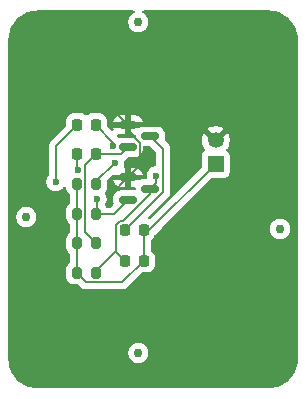
<source format=gbr>
%TF.GenerationSoftware,KiCad,Pcbnew,9.0.6*%
%TF.CreationDate,2025-11-11T14:20:58+00:00*%
%TF.ProjectId,BJT_Astable_Multivibrator_PCB,424a545f-4173-4746-9162-6c655f4d756c,rev?*%
%TF.SameCoordinates,Original*%
%TF.FileFunction,Copper,L1,Top*%
%TF.FilePolarity,Positive*%
%FSLAX46Y46*%
G04 Gerber Fmt 4.6, Leading zero omitted, Abs format (unit mm)*
G04 Created by KiCad (PCBNEW 9.0.6) date 2025-11-11 14:20:58*
%MOMM*%
%LPD*%
G01*
G04 APERTURE LIST*
G04 Aperture macros list*
%AMRoundRect*
0 Rectangle with rounded corners*
0 $1 Rounding radius*
0 $2 $3 $4 $5 $6 $7 $8 $9 X,Y pos of 4 corners*
0 Add a 4 corners polygon primitive as box body*
4,1,4,$2,$3,$4,$5,$6,$7,$8,$9,$2,$3,0*
0 Add four circle primitives for the rounded corners*
1,1,$1+$1,$2,$3*
1,1,$1+$1,$4,$5*
1,1,$1+$1,$6,$7*
1,1,$1+$1,$8,$9*
0 Add four rect primitives between the rounded corners*
20,1,$1+$1,$2,$3,$4,$5,0*
20,1,$1+$1,$4,$5,$6,$7,0*
20,1,$1+$1,$6,$7,$8,$9,0*
20,1,$1+$1,$8,$9,$2,$3,0*%
G04 Aperture macros list end*
%TA.AperFunction,SMDPad,CuDef*%
%ADD10RoundRect,0.225000X-0.225000X-0.250000X0.225000X-0.250000X0.225000X0.250000X-0.225000X0.250000X0*%
%TD*%
%TA.AperFunction,ComponentPad*%
%ADD11R,1.350000X1.350000*%
%TD*%
%TA.AperFunction,ComponentPad*%
%ADD12C,1.350000*%
%TD*%
%TA.AperFunction,SMDPad,CuDef*%
%ADD13C,0.750000*%
%TD*%
%TA.AperFunction,SMDPad,CuDef*%
%ADD14RoundRect,0.218750X-0.218750X-0.256250X0.218750X-0.256250X0.218750X0.256250X-0.218750X0.256250X0*%
%TD*%
%TA.AperFunction,SMDPad,CuDef*%
%ADD15RoundRect,0.150000X-0.587500X-0.150000X0.587500X-0.150000X0.587500X0.150000X-0.587500X0.150000X0*%
%TD*%
%TA.AperFunction,SMDPad,CuDef*%
%ADD16RoundRect,0.200000X-0.200000X-0.275000X0.200000X-0.275000X0.200000X0.275000X-0.200000X0.275000X0*%
%TD*%
%TA.AperFunction,ComponentPad*%
%ADD17C,5.000000*%
%TD*%
%TA.AperFunction,ViaPad*%
%ADD18C,0.600000*%
%TD*%
%TA.AperFunction,Conductor*%
%ADD19C,0.200000*%
%TD*%
G04 APERTURE END LIST*
D10*
%TO.P,C2,1*%
%TO.N,Net-(D2-K)*%
X149827500Y-72190000D03*
%TO.P,C2,2*%
%TO.N,Base1*%
X151377500Y-72190000D03*
%TD*%
%TO.P,C1,1*%
%TO.N,Base2*%
X149827500Y-69680000D03*
%TO.P,C1,2*%
%TO.N,Net-(C1-Pad2)*%
X151377500Y-69680000D03*
%TD*%
D11*
%TO.P,J1,1,Pin_1*%
%TO.N,VCC*%
X161542500Y-73000000D03*
D12*
%TO.P,J1,2,Pin_2*%
%TO.N,GND*%
X161542500Y-71000000D03*
%TD*%
D13*
%TO.P,FID3,*%
%TO.N,*%
X155000000Y-89000000D03*
%TD*%
D14*
%TO.P,D2,1,K*%
%TO.N,Net-(D2-K)*%
X153865000Y-81210000D03*
%TO.P,D2,2,A*%
%TO.N,VCC*%
X155440000Y-81210000D03*
%TD*%
%TO.P,D1,1,K*%
%TO.N,Net-(D1-K)*%
X153865000Y-78620000D03*
%TO.P,D1,2,A*%
%TO.N,VCC*%
X155440000Y-78620000D03*
%TD*%
D15*
%TO.P,Q2,1,E*%
%TO.N,GND*%
X154125000Y-74150000D03*
%TO.P,Q2,2,B*%
%TO.N,Base2*%
X154125000Y-76050000D03*
%TO.P,Q2,3,C*%
%TO.N,Net-(D2-K)*%
X156000000Y-75100000D03*
%TD*%
%TO.P,Q1,1,E*%
%TO.N,GND*%
X154125000Y-69700000D03*
%TO.P,Q1,2,B*%
%TO.N,Base1*%
X154125000Y-71600000D03*
%TO.P,Q1,3,C*%
%TO.N,Net-(D1-K)*%
X156000000Y-70650000D03*
%TD*%
D16*
%TO.P,R4,1*%
%TO.N,VCC*%
X149777500Y-82230000D03*
%TO.P,R4,2*%
%TO.N,Net-(D2-K)*%
X151427500Y-82230000D03*
%TD*%
%TO.P,R3,1*%
%TO.N,VCC*%
X149777500Y-79720000D03*
%TO.P,R3,2*%
%TO.N,Base1*%
X151427500Y-79720000D03*
%TD*%
%TO.P,R2,1*%
%TO.N,VCC*%
X149777500Y-77210000D03*
%TO.P,R2,2*%
%TO.N,Base2*%
X151427500Y-77210000D03*
%TD*%
%TO.P,R1,1*%
%TO.N,VCC*%
X149777500Y-74700000D03*
%TO.P,R1,2*%
%TO.N,Net-(C1-Pad2)*%
X151427500Y-74700000D03*
%TD*%
D13*
%TO.P,FID1,*%
%TO.N,*%
X145500000Y-77500000D03*
%TD*%
%TO.P,FID4,*%
%TO.N,*%
X155000000Y-61000000D03*
%TD*%
D17*
%TO.P,H1,1,1*%
%TO.N,GND*%
X146500000Y-62500000D03*
%TD*%
%TO.P,H3,1,1*%
%TO.N,GND*%
X166000000Y-89500000D03*
%TD*%
%TO.P,H2,1,1*%
%TO.N,GND*%
X166000000Y-62500000D03*
%TD*%
%TO.P,H4,1,1*%
%TO.N,GND*%
X146500000Y-89500000D03*
%TD*%
D13*
%TO.P,FID2,*%
%TO.N,*%
X167000000Y-78500000D03*
%TD*%
D18*
%TO.N,Net-(C1-Pad2)*%
X153000000Y-72900000D03*
X152887500Y-71517662D03*
%TO.N,GND*%
X152500000Y-76500000D03*
%TO.N,Net-(D2-K)*%
X156500000Y-74000000D03*
X149878500Y-73500000D03*
%TO.N,Base2*%
X151500000Y-76000000D03*
X148000000Y-74500000D03*
%TD*%
D19*
%TO.N,Net-(C1-Pad2)*%
X151427500Y-74472500D02*
X151427500Y-74700000D01*
X153000000Y-72900000D02*
X151427500Y-74472500D01*
X152887500Y-71190000D02*
X152887500Y-71517662D01*
X151377500Y-69680000D02*
X152887500Y-71190000D01*
%TO.N,VCC*%
X153644000Y-83006000D02*
X155440000Y-81210000D01*
X149777500Y-82230000D02*
X150553500Y-83006000D01*
X150553500Y-83006000D02*
X153644000Y-83006000D01*
%TO.N,Net-(D2-K)*%
X151427500Y-82072500D02*
X151427500Y-82230000D01*
X153126500Y-80373500D02*
X153126500Y-80471500D01*
X153126500Y-80373500D02*
X151427500Y-82072500D01*
X153126500Y-78142400D02*
X153126500Y-80373500D01*
X153126500Y-80471500D02*
X153865000Y-81210000D01*
X153424900Y-77844000D02*
X153126500Y-78142400D01*
X156000000Y-75554468D02*
X153710468Y-77844000D01*
X156000000Y-75100000D02*
X156000000Y-75554468D01*
X153710468Y-77844000D02*
X153424900Y-77844000D01*
%TO.N,GND*%
X152500000Y-75775000D02*
X152500000Y-76500000D01*
X154125000Y-74150000D02*
X152500000Y-75775000D01*
%TO.N,Net-(D1-K)*%
X157101000Y-75384000D02*
X153865000Y-78620000D01*
X157101000Y-71751000D02*
X157101000Y-75384000D01*
X156000000Y-70650000D02*
X157101000Y-71751000D01*
%TO.N,GND*%
X155163500Y-71192968D02*
X155163500Y-73111500D01*
X154125000Y-70154468D02*
X155163500Y-71192968D01*
X155163500Y-73111500D02*
X154125000Y-74150000D01*
X154125000Y-69700000D02*
X154125000Y-70154468D01*
X146925000Y-62500000D02*
X146500000Y-62500000D01*
X154125000Y-69700000D02*
X146925000Y-62500000D01*
%TO.N,Net-(D2-K)*%
X156500000Y-74600000D02*
X156000000Y-75100000D01*
X156500000Y-74000000D02*
X156500000Y-74600000D01*
X149827500Y-73449000D02*
X149878500Y-73500000D01*
X149827500Y-72190000D02*
X149827500Y-73449000D01*
%TO.N,Base2*%
X151500000Y-77137500D02*
X151427500Y-77210000D01*
X151500000Y-76000000D02*
X151500000Y-77137500D01*
X149827500Y-69680000D02*
X148000000Y-71507500D01*
X148000000Y-71507500D02*
X148000000Y-74500000D01*
%TO.N,Base1*%
X153535000Y-72190000D02*
X154125000Y-71600000D01*
X151377500Y-72190000D02*
X153535000Y-72190000D01*
X150478500Y-73089000D02*
X151377500Y-72190000D01*
X150478500Y-78771000D02*
X150478500Y-73089000D01*
X151427500Y-79720000D02*
X150478500Y-78771000D01*
%TO.N,Base2*%
X152965000Y-77210000D02*
X154125000Y-76050000D01*
X151427500Y-77210000D02*
X152965000Y-77210000D01*
%TO.N,VCC*%
X149777500Y-77210000D02*
X149777500Y-74700000D01*
X149777500Y-79720000D02*
X149777500Y-77210000D01*
X149777500Y-79720000D02*
X149777500Y-82230000D01*
X155440000Y-78620000D02*
X155440000Y-81210000D01*
%TO.N,GND*%
X166000000Y-63942500D02*
X160242500Y-69700000D01*
X166000000Y-62500000D02*
X166000000Y-63942500D01*
X160242500Y-69700000D02*
X154125000Y-69700000D01*
X161542500Y-71000000D02*
X160242500Y-69700000D01*
%TO.N,VCC*%
X155922500Y-78620000D02*
X155440000Y-78620000D01*
X161542500Y-73000000D02*
X155922500Y-78620000D01*
%TD*%
%TA.AperFunction,Conductor*%
%TO.N,GND*%
G36*
X155966942Y-71470185D02*
G01*
X155987584Y-71486819D01*
X156464181Y-71963416D01*
X156497666Y-72024739D01*
X156500500Y-72051097D01*
X156500500Y-73081953D01*
X156480815Y-73148992D01*
X156428011Y-73194747D01*
X156400692Y-73203570D01*
X156266508Y-73230261D01*
X156266498Y-73230264D01*
X156120827Y-73290602D01*
X156120814Y-73290609D01*
X155989711Y-73378210D01*
X155989707Y-73378213D01*
X155878213Y-73489707D01*
X155878210Y-73489711D01*
X155790609Y-73620814D01*
X155790602Y-73620827D01*
X155730264Y-73766498D01*
X155730261Y-73766510D01*
X155699500Y-73921153D01*
X155699500Y-74078846D01*
X155713914Y-74151309D01*
X155707687Y-74220900D01*
X155664824Y-74276078D01*
X155598934Y-74299322D01*
X155592297Y-74299500D01*
X155346798Y-74299500D01*
X155309932Y-74302401D01*
X155309926Y-74302402D01*
X155152106Y-74348254D01*
X155152103Y-74348255D01*
X155093806Y-74382732D01*
X155030685Y-74400000D01*
X154375000Y-74400000D01*
X154375000Y-74950000D01*
X154638000Y-74950000D01*
X154646685Y-74952550D01*
X154655647Y-74951262D01*
X154679687Y-74962240D01*
X154705039Y-74969685D01*
X154710966Y-74976525D01*
X154719203Y-74980287D01*
X154733492Y-75002521D01*
X154750794Y-75022489D01*
X154753081Y-75033003D01*
X154756977Y-75039065D01*
X154762000Y-75074000D01*
X154762000Y-75125500D01*
X154742315Y-75192539D01*
X154689511Y-75238294D01*
X154638000Y-75249500D01*
X153471798Y-75249500D01*
X153434932Y-75252401D01*
X153434926Y-75252402D01*
X153277106Y-75298254D01*
X153277103Y-75298255D01*
X153135637Y-75381917D01*
X153135629Y-75381923D01*
X153019423Y-75498129D01*
X153019417Y-75498137D01*
X152935755Y-75639603D01*
X152935754Y-75639606D01*
X152889902Y-75797426D01*
X152889901Y-75797432D01*
X152887000Y-75834298D01*
X152887000Y-76265701D01*
X152889901Y-76302563D01*
X152889903Y-76302572D01*
X152899450Y-76335435D01*
X152899411Y-76348727D01*
X152904057Y-76361181D01*
X152899313Y-76382989D01*
X152899249Y-76405305D01*
X152891700Y-76417985D01*
X152889206Y-76429454D01*
X152868055Y-76457708D01*
X152752585Y-76573180D01*
X152691262Y-76606666D01*
X152664903Y-76609500D01*
X152319215Y-76609500D01*
X152252176Y-76589815D01*
X152213100Y-76549653D01*
X152198026Y-76524717D01*
X152180190Y-76457167D01*
X152201043Y-76391676D01*
X152209394Y-76379179D01*
X152269737Y-76233497D01*
X152300500Y-76078842D01*
X152300500Y-75921158D01*
X152300500Y-75921155D01*
X152300499Y-75921153D01*
X152269738Y-75766510D01*
X152269737Y-75766503D01*
X152217174Y-75639603D01*
X152209397Y-75620827D01*
X152209393Y-75620820D01*
X152206027Y-75615782D01*
X152170978Y-75563328D01*
X152150101Y-75496652D01*
X152168585Y-75429272D01*
X152178757Y-75416418D01*
X152178343Y-75416094D01*
X152182969Y-75410188D01*
X152182969Y-75410187D01*
X152182972Y-75410185D01*
X152270978Y-75264606D01*
X152321586Y-75102196D01*
X152328000Y-75031616D01*
X152328000Y-74472596D01*
X152336644Y-74443155D01*
X152343168Y-74413169D01*
X152346922Y-74408153D01*
X152347685Y-74405557D01*
X152352162Y-74400001D01*
X152890204Y-74400001D01*
X152890399Y-74402486D01*
X152936218Y-74560198D01*
X153019814Y-74701552D01*
X153019821Y-74701561D01*
X153135938Y-74817678D01*
X153135947Y-74817685D01*
X153277303Y-74901282D01*
X153277306Y-74901283D01*
X153435004Y-74947099D01*
X153435010Y-74947100D01*
X153471850Y-74949999D01*
X153471866Y-74950000D01*
X153875000Y-74950000D01*
X153875000Y-74400000D01*
X152890205Y-74400000D01*
X152890204Y-74400001D01*
X152352162Y-74400001D01*
X152364314Y-74384920D01*
X152812917Y-73936317D01*
X152874238Y-73902834D01*
X152900596Y-73900000D01*
X153875000Y-73900000D01*
X154375000Y-73900000D01*
X155359795Y-73900000D01*
X155359795Y-73899998D01*
X155359600Y-73897513D01*
X155313781Y-73739801D01*
X155230185Y-73598447D01*
X155230178Y-73598438D01*
X155114061Y-73482321D01*
X155114052Y-73482314D01*
X154972696Y-73398717D01*
X154972693Y-73398716D01*
X154814995Y-73352900D01*
X154814989Y-73352899D01*
X154778149Y-73350000D01*
X154375000Y-73350000D01*
X154375000Y-73900000D01*
X153875000Y-73900000D01*
X153875000Y-73372299D01*
X153806326Y-73334895D01*
X153803044Y-73331620D01*
X153798599Y-73330315D01*
X153778550Y-73307178D01*
X153756869Y-73285542D01*
X153755878Y-73281013D01*
X153752844Y-73277511D01*
X153748485Y-73247199D01*
X153741945Y-73217285D01*
X153743559Y-73212941D01*
X153742900Y-73208353D01*
X153751077Y-73178548D01*
X153769735Y-73133501D01*
X153769737Y-73133497D01*
X153800500Y-72978842D01*
X153800500Y-72821158D01*
X153800500Y-72821155D01*
X153799903Y-72815093D01*
X153802645Y-72814822D01*
X153807824Y-72757033D01*
X153850694Y-72701861D01*
X153861202Y-72695064D01*
X153903716Y-72670520D01*
X154015520Y-72558716D01*
X154015520Y-72558714D01*
X154025725Y-72548510D01*
X154025731Y-72548503D01*
X154137418Y-72436818D01*
X154198741Y-72403334D01*
X154225098Y-72400500D01*
X154778186Y-72400500D01*
X154778194Y-72400500D01*
X154815069Y-72397598D01*
X154815071Y-72397597D01*
X154815073Y-72397597D01*
X154856691Y-72385505D01*
X154972898Y-72351744D01*
X155114365Y-72268081D01*
X155230581Y-72151865D01*
X155314244Y-72010398D01*
X155360098Y-71852569D01*
X155363000Y-71815694D01*
X155363000Y-71574500D01*
X155382685Y-71507461D01*
X155435489Y-71461706D01*
X155487000Y-71450500D01*
X155899903Y-71450500D01*
X155966942Y-71470185D01*
G37*
%TD.AperFunction*%
%TA.AperFunction,Conductor*%
G36*
X154634192Y-60020185D02*
G01*
X154679947Y-60072989D01*
X154689891Y-60142147D01*
X154660866Y-60205703D01*
X154614605Y-60239061D01*
X154597141Y-60246294D01*
X154597139Y-60246295D01*
X154457837Y-60339373D01*
X154339373Y-60457837D01*
X154246295Y-60597139D01*
X154182184Y-60751917D01*
X154182182Y-60751925D01*
X154149500Y-60916228D01*
X154149500Y-61083771D01*
X154182182Y-61248074D01*
X154182184Y-61248082D01*
X154246295Y-61402860D01*
X154339373Y-61542162D01*
X154457837Y-61660626D01*
X154550494Y-61722537D01*
X154597137Y-61753703D01*
X154751918Y-61817816D01*
X154916228Y-61850499D01*
X154916232Y-61850500D01*
X154916233Y-61850500D01*
X155083768Y-61850500D01*
X155083769Y-61850499D01*
X155248082Y-61817816D01*
X155402863Y-61753703D01*
X155542162Y-61660626D01*
X155660626Y-61542162D01*
X155753703Y-61402863D01*
X155817816Y-61248082D01*
X155850500Y-61083767D01*
X155850500Y-60916233D01*
X155817816Y-60751918D01*
X155753703Y-60597137D01*
X155722537Y-60550494D01*
X155660626Y-60457837D01*
X155542162Y-60339373D01*
X155402860Y-60246295D01*
X155402858Y-60246294D01*
X155385395Y-60239061D01*
X155330991Y-60195220D01*
X155308926Y-60128926D01*
X155326205Y-60061227D01*
X155377342Y-60013616D01*
X155432847Y-60000500D01*
X165934108Y-60000500D01*
X165996249Y-60000500D01*
X166003736Y-60000726D01*
X166293796Y-60018271D01*
X166308657Y-60020075D01*
X166533212Y-60061227D01*
X166590798Y-60071780D01*
X166605335Y-60075363D01*
X166879172Y-60160695D01*
X166893163Y-60166000D01*
X167154743Y-60283727D01*
X167167989Y-60290680D01*
X167413465Y-60439075D01*
X167425776Y-60447573D01*
X167438879Y-60457838D01*
X167651573Y-60624473D01*
X167662781Y-60634403D01*
X167865596Y-60837218D01*
X167875526Y-60848426D01*
X167928649Y-60916232D01*
X167995481Y-61001538D01*
X168052422Y-61074217D01*
X168060928Y-61086540D01*
X168209316Y-61332004D01*
X168216275Y-61345263D01*
X168333997Y-61606831D01*
X168339306Y-61620832D01*
X168424635Y-61894663D01*
X168428219Y-61909201D01*
X168479923Y-62191340D01*
X168481728Y-62206205D01*
X168499274Y-62496263D01*
X168499500Y-62503750D01*
X168499500Y-89496249D01*
X168499274Y-89503736D01*
X168481728Y-89793794D01*
X168479923Y-89808659D01*
X168428219Y-90090798D01*
X168424635Y-90105336D01*
X168339306Y-90379167D01*
X168333997Y-90393168D01*
X168216275Y-90654736D01*
X168209316Y-90667995D01*
X168060928Y-90913459D01*
X168052422Y-90925782D01*
X167875526Y-91151573D01*
X167865596Y-91162781D01*
X167662781Y-91365596D01*
X167651573Y-91375526D01*
X167425782Y-91552422D01*
X167413459Y-91560928D01*
X167167995Y-91709316D01*
X167154736Y-91716275D01*
X166893168Y-91833997D01*
X166879167Y-91839306D01*
X166605336Y-91924635D01*
X166590798Y-91928219D01*
X166308659Y-91979923D01*
X166293794Y-91981728D01*
X166003736Y-91999274D01*
X165996249Y-91999500D01*
X146503751Y-91999500D01*
X146496264Y-91999274D01*
X146206205Y-91981728D01*
X146191340Y-91979923D01*
X145909201Y-91928219D01*
X145894663Y-91924635D01*
X145620832Y-91839306D01*
X145606831Y-91833997D01*
X145345263Y-91716275D01*
X145332004Y-91709316D01*
X145086540Y-91560928D01*
X145074217Y-91552422D01*
X144848426Y-91375526D01*
X144837218Y-91365596D01*
X144634403Y-91162781D01*
X144624473Y-91151573D01*
X144447573Y-90925776D01*
X144439075Y-90913465D01*
X144290680Y-90667989D01*
X144283727Y-90654743D01*
X144166000Y-90393163D01*
X144160693Y-90379167D01*
X144075364Y-90105336D01*
X144071780Y-90090798D01*
X144027744Y-89850500D01*
X144020075Y-89808657D01*
X144018271Y-89793794D01*
X144000726Y-89503736D01*
X144000500Y-89496249D01*
X144000500Y-88916228D01*
X154149500Y-88916228D01*
X154149500Y-89083771D01*
X154182182Y-89248074D01*
X154182184Y-89248082D01*
X154246295Y-89402860D01*
X154339373Y-89542162D01*
X154457837Y-89660626D01*
X154550494Y-89722537D01*
X154597137Y-89753703D01*
X154751918Y-89817816D01*
X154916228Y-89850499D01*
X154916232Y-89850500D01*
X154916233Y-89850500D01*
X155083768Y-89850500D01*
X155083769Y-89850499D01*
X155248082Y-89817816D01*
X155402863Y-89753703D01*
X155542162Y-89660626D01*
X155660626Y-89542162D01*
X155753703Y-89402863D01*
X155817816Y-89248082D01*
X155850500Y-89083767D01*
X155850500Y-88916233D01*
X155817816Y-88751918D01*
X155753703Y-88597137D01*
X155722537Y-88550494D01*
X155660626Y-88457837D01*
X155542162Y-88339373D01*
X155402860Y-88246295D01*
X155248082Y-88182184D01*
X155248074Y-88182182D01*
X155083771Y-88149500D01*
X155083767Y-88149500D01*
X154916233Y-88149500D01*
X154916228Y-88149500D01*
X154751925Y-88182182D01*
X154751917Y-88182184D01*
X154597139Y-88246295D01*
X154457837Y-88339373D01*
X154339373Y-88457837D01*
X154246295Y-88597139D01*
X154182184Y-88751917D01*
X154182182Y-88751925D01*
X154149500Y-88916228D01*
X144000500Y-88916228D01*
X144000500Y-77416228D01*
X144649500Y-77416228D01*
X144649500Y-77583771D01*
X144682182Y-77748074D01*
X144682184Y-77748082D01*
X144746295Y-77902860D01*
X144839373Y-78042162D01*
X144957837Y-78160626D01*
X144985465Y-78179086D01*
X145097137Y-78253703D01*
X145251918Y-78317816D01*
X145416228Y-78350499D01*
X145416232Y-78350500D01*
X145416233Y-78350500D01*
X145583768Y-78350500D01*
X145583769Y-78350499D01*
X145748082Y-78317816D01*
X145902863Y-78253703D01*
X146042162Y-78160626D01*
X146160626Y-78042162D01*
X146253703Y-77902863D01*
X146317816Y-77748082D01*
X146350500Y-77583767D01*
X146350500Y-77416233D01*
X146317816Y-77251918D01*
X146253703Y-77097137D01*
X146222537Y-77050494D01*
X146160626Y-76957837D01*
X146042162Y-76839373D01*
X145902860Y-76746295D01*
X145748082Y-76682184D01*
X145748074Y-76682182D01*
X145583771Y-76649500D01*
X145583767Y-76649500D01*
X145416233Y-76649500D01*
X145416228Y-76649500D01*
X145251925Y-76682182D01*
X145251917Y-76682184D01*
X145097139Y-76746295D01*
X144957837Y-76839373D01*
X144839373Y-76957837D01*
X144746295Y-77097139D01*
X144682184Y-77251917D01*
X144682182Y-77251925D01*
X144649500Y-77416228D01*
X144000500Y-77416228D01*
X144000500Y-74421153D01*
X147199500Y-74421153D01*
X147199500Y-74578846D01*
X147230261Y-74733489D01*
X147230264Y-74733501D01*
X147290602Y-74879172D01*
X147290609Y-74879185D01*
X147378210Y-75010288D01*
X147378213Y-75010292D01*
X147489707Y-75121786D01*
X147489711Y-75121789D01*
X147620814Y-75209390D01*
X147620827Y-75209397D01*
X147766498Y-75269735D01*
X147766503Y-75269737D01*
X147909867Y-75298254D01*
X147921153Y-75300499D01*
X147921156Y-75300500D01*
X147921158Y-75300500D01*
X148078844Y-75300500D01*
X148078845Y-75300499D01*
X148233497Y-75269737D01*
X148379179Y-75209394D01*
X148510289Y-75121789D01*
X148621789Y-75010289D01*
X148650012Y-74968049D01*
X148703623Y-74923246D01*
X148772948Y-74914538D01*
X148835976Y-74944692D01*
X148872695Y-75004134D01*
X148876595Y-75028831D01*
X148876746Y-75028818D01*
X148876953Y-75031096D01*
X148876986Y-75031305D01*
X148877000Y-75031613D01*
X148883413Y-75102192D01*
X148883413Y-75102194D01*
X148883414Y-75102196D01*
X148934022Y-75264606D01*
X149022028Y-75410185D01*
X149140682Y-75528839D01*
X149174166Y-75590160D01*
X149177000Y-75616519D01*
X149177000Y-76293480D01*
X149157315Y-76360519D01*
X149140681Y-76381161D01*
X149022031Y-76499810D01*
X149022030Y-76499811D01*
X148934022Y-76645393D01*
X148883413Y-76807807D01*
X148877000Y-76878386D01*
X148877000Y-77541613D01*
X148883413Y-77612192D01*
X148883413Y-77612194D01*
X148883414Y-77612196D01*
X148934022Y-77774606D01*
X149022028Y-77920185D01*
X149140682Y-78038839D01*
X149174166Y-78100160D01*
X149177000Y-78126519D01*
X149177000Y-78803480D01*
X149157315Y-78870519D01*
X149140681Y-78891161D01*
X149022031Y-79009810D01*
X149022030Y-79009811D01*
X148934022Y-79155393D01*
X148883413Y-79317807D01*
X148877000Y-79388386D01*
X148877000Y-80051613D01*
X148883413Y-80122192D01*
X148883413Y-80122194D01*
X148883414Y-80122196D01*
X148934022Y-80284606D01*
X149022028Y-80430185D01*
X149140682Y-80548839D01*
X149174166Y-80610160D01*
X149177000Y-80636519D01*
X149177000Y-81313480D01*
X149157315Y-81380519D01*
X149140681Y-81401161D01*
X149022031Y-81519810D01*
X149022030Y-81519811D01*
X148934022Y-81665393D01*
X148883413Y-81827807D01*
X148877000Y-81898386D01*
X148877000Y-82561613D01*
X148883413Y-82632192D01*
X148934022Y-82794606D01*
X149022030Y-82940188D01*
X149142311Y-83060469D01*
X149142313Y-83060470D01*
X149142315Y-83060472D01*
X149287894Y-83148478D01*
X149450304Y-83199086D01*
X149520884Y-83205500D01*
X149852402Y-83205500D01*
X149919441Y-83225185D01*
X149940083Y-83241819D01*
X150184784Y-83486520D01*
X150184786Y-83486521D01*
X150184790Y-83486524D01*
X150321709Y-83565573D01*
X150321716Y-83565577D01*
X150474443Y-83606501D01*
X150474445Y-83606501D01*
X150640154Y-83606501D01*
X150640170Y-83606500D01*
X153557331Y-83606500D01*
X153557347Y-83606501D01*
X153564943Y-83606501D01*
X153723054Y-83606501D01*
X153723057Y-83606501D01*
X153875785Y-83565577D01*
X153925904Y-83536639D01*
X154012716Y-83486520D01*
X154124520Y-83374716D01*
X154124520Y-83374714D01*
X154134728Y-83364507D01*
X154134729Y-83364504D01*
X155277417Y-82221819D01*
X155338740Y-82188334D01*
X155365098Y-82185500D01*
X155706669Y-82185500D01*
X155706674Y-82185500D01*
X155805185Y-82175436D01*
X155964787Y-82122549D01*
X156107891Y-82034281D01*
X156226781Y-81915391D01*
X156315049Y-81772287D01*
X156367936Y-81612685D01*
X156378000Y-81514174D01*
X156378000Y-80905826D01*
X156367936Y-80807315D01*
X156315049Y-80647713D01*
X156315045Y-80647707D01*
X156315044Y-80647704D01*
X156226783Y-80504612D01*
X156226782Y-80504611D01*
X156226781Y-80504609D01*
X156107891Y-80385719D01*
X156107890Y-80385718D01*
X156107888Y-80385716D01*
X156099401Y-80380481D01*
X156052677Y-80328532D01*
X156040500Y-80274944D01*
X156040500Y-79555055D01*
X156060185Y-79488016D01*
X156099403Y-79449517D01*
X156104074Y-79446635D01*
X156107891Y-79444281D01*
X156226781Y-79325391D01*
X156315049Y-79182287D01*
X156358139Y-79052247D01*
X156364980Y-79041155D01*
X156367009Y-79031830D01*
X156388150Y-79003588D01*
X156388155Y-79003580D01*
X156403020Y-78988716D01*
X156403021Y-78988713D01*
X156975506Y-78416228D01*
X166149500Y-78416228D01*
X166149500Y-78583771D01*
X166182182Y-78748074D01*
X166182184Y-78748082D01*
X166246295Y-78902860D01*
X166339373Y-79042162D01*
X166457837Y-79160626D01*
X166510699Y-79195947D01*
X166597137Y-79253703D01*
X166751918Y-79317816D01*
X166916228Y-79350499D01*
X166916232Y-79350500D01*
X166916233Y-79350500D01*
X167083768Y-79350500D01*
X167083769Y-79350499D01*
X167248082Y-79317816D01*
X167402863Y-79253703D01*
X167542162Y-79160626D01*
X167660626Y-79042162D01*
X167753703Y-78902863D01*
X167817816Y-78748082D01*
X167850500Y-78583767D01*
X167850500Y-78416233D01*
X167817816Y-78251918D01*
X167753703Y-78097137D01*
X167715841Y-78040472D01*
X167660626Y-77957837D01*
X167542162Y-77839373D01*
X167402860Y-77746295D01*
X167248082Y-77682184D01*
X167248074Y-77682182D01*
X167083771Y-77649500D01*
X167083767Y-77649500D01*
X166916233Y-77649500D01*
X166916228Y-77649500D01*
X166751925Y-77682182D01*
X166751917Y-77682184D01*
X166597139Y-77746295D01*
X166457837Y-77839373D01*
X166339373Y-77957837D01*
X166246295Y-78097139D01*
X166182184Y-78251917D01*
X166182182Y-78251925D01*
X166149500Y-78416228D01*
X156975506Y-78416228D01*
X161179916Y-74211818D01*
X161241239Y-74178333D01*
X161267597Y-74175499D01*
X162265371Y-74175499D01*
X162265372Y-74175499D01*
X162324983Y-74169091D01*
X162459831Y-74118796D01*
X162575046Y-74032546D01*
X162661296Y-73917331D01*
X162711591Y-73782483D01*
X162718000Y-73722873D01*
X162717999Y-72277128D01*
X162711591Y-72217517D01*
X162687106Y-72151870D01*
X162661297Y-72082671D01*
X162661293Y-72082664D01*
X162575047Y-71967455D01*
X162489559Y-71903458D01*
X162447689Y-71847524D01*
X162442705Y-71777832D01*
X162463554Y-71731306D01*
X162547447Y-71615838D01*
X162631415Y-71451043D01*
X162631416Y-71451040D01*
X162688566Y-71275147D01*
X162717500Y-71092473D01*
X162717500Y-70907526D01*
X162688566Y-70724852D01*
X162631416Y-70548959D01*
X162631415Y-70548956D01*
X162547449Y-70384165D01*
X162532483Y-70363568D01*
X161942500Y-70953551D01*
X161942500Y-70947339D01*
X161915241Y-70845606D01*
X161862580Y-70754394D01*
X161788106Y-70679920D01*
X161696894Y-70627259D01*
X161595161Y-70600000D01*
X161588947Y-70600000D01*
X162178931Y-70010016D01*
X162178930Y-70010015D01*
X162158334Y-69995050D01*
X161993543Y-69911084D01*
X161993540Y-69911083D01*
X161817647Y-69853933D01*
X161634973Y-69825000D01*
X161450027Y-69825000D01*
X161267352Y-69853933D01*
X161091459Y-69911083D01*
X161091456Y-69911084D01*
X160926667Y-69995049D01*
X160906068Y-70010015D01*
X161496054Y-70600000D01*
X161489839Y-70600000D01*
X161388106Y-70627259D01*
X161296894Y-70679920D01*
X161222420Y-70754394D01*
X161169759Y-70845606D01*
X161142500Y-70947339D01*
X161142500Y-70953553D01*
X160552515Y-70363568D01*
X160537549Y-70384167D01*
X160453584Y-70548956D01*
X160453583Y-70548959D01*
X160396433Y-70724852D01*
X160367500Y-70907526D01*
X160367500Y-71092473D01*
X160396433Y-71275147D01*
X160453583Y-71451040D01*
X160453584Y-71451043D01*
X160537549Y-71615833D01*
X160621446Y-71731308D01*
X160644925Y-71797115D01*
X160629099Y-71865169D01*
X160595439Y-71903459D01*
X160509952Y-71967455D01*
X160423706Y-72082664D01*
X160423702Y-72082671D01*
X160373408Y-72217517D01*
X160367972Y-72268082D01*
X160367001Y-72277123D01*
X160367000Y-72277135D01*
X160367000Y-73274902D01*
X160347315Y-73341941D01*
X160330681Y-73362583D01*
X156034662Y-77658601D01*
X156020994Y-77666064D01*
X156010396Y-77677478D01*
X155990952Y-77682468D01*
X155973339Y-77692086D01*
X155956873Y-77691214D01*
X155942720Y-77694847D01*
X155907978Y-77688626D01*
X155901740Y-77686559D01*
X155844295Y-77646787D01*
X155817471Y-77582272D01*
X155829785Y-77513496D01*
X155853059Y-77481175D01*
X157459506Y-75874727D01*
X157459511Y-75874724D01*
X157469714Y-75864520D01*
X157469716Y-75864520D01*
X157581520Y-75752716D01*
X157650334Y-75633526D01*
X157660577Y-75615785D01*
X157701500Y-75463057D01*
X157701500Y-75304943D01*
X157701500Y-71671943D01*
X157660577Y-71519216D01*
X157660577Y-71519215D01*
X157620904Y-71450500D01*
X157581520Y-71382284D01*
X157469716Y-71270480D01*
X157465385Y-71266149D01*
X157465374Y-71266139D01*
X157256944Y-71057709D01*
X157223459Y-70996386D01*
X157225549Y-70935433D01*
X157235098Y-70902569D01*
X157238000Y-70865694D01*
X157238000Y-70434306D01*
X157235098Y-70397431D01*
X157231244Y-70384167D01*
X157189245Y-70239606D01*
X157189244Y-70239602D01*
X157177774Y-70220207D01*
X157118749Y-70120399D01*
X157118746Y-70120396D01*
X157112567Y-70109948D01*
X157105581Y-70098135D01*
X157105578Y-70098132D01*
X157105576Y-70098129D01*
X156989370Y-69981923D01*
X156989362Y-69981917D01*
X156847896Y-69898255D01*
X156847893Y-69898254D01*
X156690073Y-69852402D01*
X156690067Y-69852401D01*
X156653201Y-69849500D01*
X156653194Y-69849500D01*
X155346806Y-69849500D01*
X155346798Y-69849500D01*
X155309932Y-69852401D01*
X155309926Y-69852402D01*
X155152106Y-69898254D01*
X155152103Y-69898255D01*
X155093806Y-69932732D01*
X155030685Y-69950000D01*
X154375000Y-69950000D01*
X154375000Y-70500000D01*
X154638000Y-70500000D01*
X154646685Y-70502550D01*
X154655647Y-70501262D01*
X154679687Y-70512240D01*
X154705039Y-70519685D01*
X154710966Y-70526525D01*
X154719203Y-70530287D01*
X154733492Y-70552521D01*
X154750794Y-70572489D01*
X154753081Y-70583003D01*
X154756977Y-70589065D01*
X154762000Y-70624000D01*
X154762000Y-70675500D01*
X154742315Y-70742539D01*
X154689511Y-70788294D01*
X154638000Y-70799500D01*
X153471798Y-70799500D01*
X153434936Y-70802401D01*
X153428704Y-70803540D01*
X153428281Y-70801229D01*
X153425574Y-70801221D01*
X153413127Y-70805864D01*
X153391312Y-70801118D01*
X153368989Y-70801052D01*
X153356312Y-70793505D01*
X153344854Y-70791013D01*
X153316607Y-70769867D01*
X153316599Y-70769863D01*
X153301130Y-70754394D01*
X153256216Y-70709480D01*
X153256213Y-70709478D01*
X153225146Y-70678411D01*
X153191661Y-70617088D01*
X153196645Y-70547396D01*
X153238517Y-70491463D01*
X153303981Y-70467046D01*
X153347422Y-70471654D01*
X153435004Y-70497099D01*
X153435010Y-70497100D01*
X153471850Y-70499999D01*
X153471866Y-70500000D01*
X153875000Y-70500000D01*
X153875000Y-69950000D01*
X152890205Y-69950000D01*
X152890204Y-69950001D01*
X152890399Y-69952488D01*
X152915846Y-70040078D01*
X152915646Y-70109948D01*
X152877703Y-70168617D01*
X152814064Y-70197460D01*
X152744935Y-70187318D01*
X152709088Y-70162353D01*
X152364318Y-69817583D01*
X152349614Y-69790655D01*
X152333022Y-69764837D01*
X152332130Y-69758636D01*
X152330833Y-69756260D01*
X152327999Y-69729902D01*
X152327999Y-69449998D01*
X152890204Y-69449998D01*
X152890205Y-69450000D01*
X153875000Y-69450000D01*
X154375000Y-69450000D01*
X155359795Y-69450000D01*
X155359795Y-69449998D01*
X155359600Y-69447513D01*
X155313781Y-69289801D01*
X155230185Y-69148447D01*
X155230178Y-69148438D01*
X155114061Y-69032321D01*
X155114052Y-69032314D01*
X154972696Y-68948717D01*
X154972693Y-68948716D01*
X154814995Y-68902900D01*
X154814989Y-68902899D01*
X154778149Y-68900000D01*
X154375000Y-68900000D01*
X154375000Y-69450000D01*
X153875000Y-69450000D01*
X153875000Y-68900000D01*
X153471850Y-68900000D01*
X153435010Y-68902899D01*
X153435004Y-68902900D01*
X153277306Y-68948716D01*
X153277303Y-68948717D01*
X153135947Y-69032314D01*
X153135938Y-69032321D01*
X153019821Y-69148438D01*
X153019814Y-69148447D01*
X152936218Y-69289801D01*
X152890399Y-69447513D01*
X152890204Y-69449998D01*
X152327999Y-69449998D01*
X152327999Y-69381662D01*
X152327998Y-69381644D01*
X152317849Y-69282292D01*
X152317848Y-69282289D01*
X152264503Y-69121303D01*
X152264499Y-69121297D01*
X152264498Y-69121294D01*
X152175470Y-68976959D01*
X152175467Y-68976955D01*
X152055544Y-68857032D01*
X152055540Y-68857029D01*
X151911205Y-68768001D01*
X151911199Y-68767998D01*
X151911197Y-68767997D01*
X151911194Y-68767996D01*
X151750209Y-68714651D01*
X151650846Y-68704500D01*
X151104162Y-68704500D01*
X151104144Y-68704501D01*
X151004792Y-68714650D01*
X151004789Y-68714651D01*
X150843805Y-68767996D01*
X150843794Y-68768001D01*
X150699459Y-68857029D01*
X150699455Y-68857032D01*
X150690181Y-68866307D01*
X150628858Y-68899792D01*
X150559166Y-68894808D01*
X150514819Y-68866307D01*
X150505544Y-68857032D01*
X150505540Y-68857029D01*
X150361205Y-68768001D01*
X150361199Y-68767998D01*
X150361197Y-68767997D01*
X150361194Y-68767996D01*
X150200209Y-68714651D01*
X150100846Y-68704500D01*
X149554162Y-68704500D01*
X149554144Y-68704501D01*
X149454792Y-68714650D01*
X149454789Y-68714651D01*
X149293805Y-68767996D01*
X149293794Y-68768001D01*
X149149459Y-68857029D01*
X149149455Y-68857032D01*
X149029532Y-68976955D01*
X149029529Y-68976959D01*
X148940501Y-69121294D01*
X148940496Y-69121305D01*
X148887151Y-69282290D01*
X148877000Y-69381647D01*
X148877000Y-69729902D01*
X148857315Y-69796941D01*
X148840681Y-69817583D01*
X147519481Y-71138782D01*
X147519479Y-71138785D01*
X147483062Y-71201863D01*
X147483061Y-71201865D01*
X147440423Y-71275714D01*
X147439810Y-71278001D01*
X147399499Y-71428443D01*
X147399499Y-71428445D01*
X147399499Y-71596546D01*
X147399500Y-71596559D01*
X147399500Y-73920234D01*
X147379815Y-73987273D01*
X147378602Y-73989125D01*
X147290609Y-74120814D01*
X147290602Y-74120827D01*
X147230264Y-74266498D01*
X147230261Y-74266510D01*
X147199500Y-74421153D01*
X144000500Y-74421153D01*
X144000500Y-62503750D01*
X144000726Y-62496263D01*
X144018271Y-62206205D01*
X144020076Y-62191340D01*
X144071780Y-61909201D01*
X144075364Y-61894663D01*
X144089126Y-61850499D01*
X144160696Y-61620822D01*
X144165998Y-61606841D01*
X144283731Y-61345249D01*
X144290676Y-61332016D01*
X144439080Y-61086526D01*
X144447567Y-61074230D01*
X144624480Y-60848417D01*
X144634395Y-60837226D01*
X144837226Y-60634395D01*
X144848417Y-60624480D01*
X145074230Y-60447567D01*
X145086526Y-60439080D01*
X145332016Y-60290676D01*
X145345249Y-60283731D01*
X145606841Y-60165998D01*
X145620822Y-60160696D01*
X145894668Y-60075362D01*
X145909197Y-60071780D01*
X146191344Y-60020075D01*
X146206201Y-60018271D01*
X146496264Y-60000726D01*
X146503751Y-60000500D01*
X146565892Y-60000500D01*
X154567153Y-60000500D01*
X154634192Y-60020185D01*
G37*
%TD.AperFunction*%
%TD*%
M02*

</source>
